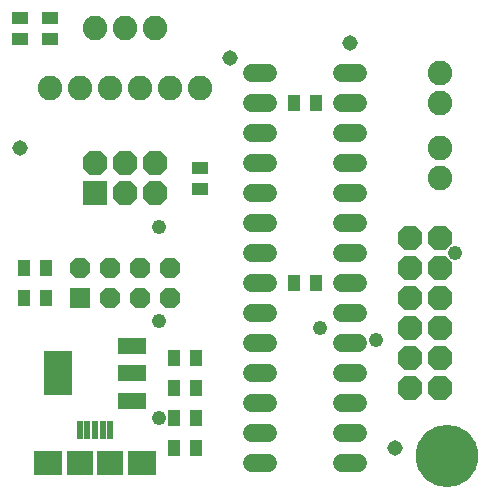
<source format=gts>
G75*
%MOIN*%
%OFA0B0*%
%FSLAX24Y24*%
%IPPOS*%
%LPD*%
%AMOC8*
5,1,8,0,0,1.08239X$1,22.5*
%
%ADD10C,0.0820*%
%ADD11C,0.0600*%
%ADD12R,0.0395X0.0552*%
%ADD13R,0.0552X0.0395*%
%ADD14R,0.0960X0.0560*%
%ADD15R,0.0946X0.1497*%
%ADD16R,0.0680X0.0680*%
%ADD17OC8,0.0680*%
%ADD18R,0.0820X0.0820*%
%ADD19OC8,0.0820*%
%ADD20R,0.0237X0.0631*%
%ADD21R,0.0867X0.0828*%
%ADD22R,0.0946X0.0828*%
%ADD23C,0.0516*%
%ADD24C,0.0480*%
%ADD25C,0.2080*%
D10*
X002680Y014847D03*
X003680Y014847D03*
X004680Y014847D03*
X005680Y014847D03*
X006680Y014847D03*
X007680Y014847D03*
X006180Y016847D03*
X005180Y016847D03*
X004180Y016847D03*
X015680Y015347D03*
X015680Y014347D03*
X015680Y012847D03*
X015680Y011847D03*
D11*
X012940Y011347D02*
X012420Y011347D01*
X012420Y010347D02*
X012940Y010347D01*
X012940Y009347D02*
X012420Y009347D01*
X012420Y008347D02*
X012940Y008347D01*
X012940Y007347D02*
X012420Y007347D01*
X012420Y006347D02*
X012940Y006347D01*
X012940Y005347D02*
X012420Y005347D01*
X012420Y004347D02*
X012940Y004347D01*
X012940Y003347D02*
X012420Y003347D01*
X012420Y002347D02*
X012940Y002347D01*
X009940Y002347D02*
X009420Y002347D01*
X009420Y003347D02*
X009940Y003347D01*
X009940Y004347D02*
X009420Y004347D01*
X009420Y005347D02*
X009940Y005347D01*
X009940Y006347D02*
X009420Y006347D01*
X009420Y007347D02*
X009940Y007347D01*
X009940Y008347D02*
X009420Y008347D01*
X009420Y009347D02*
X009940Y009347D01*
X009940Y010347D02*
X009420Y010347D01*
X009420Y011347D02*
X009940Y011347D01*
X009940Y012347D02*
X009420Y012347D01*
X009420Y013347D02*
X009940Y013347D01*
X009940Y014347D02*
X009420Y014347D01*
X009420Y015347D02*
X009940Y015347D01*
X012420Y015347D02*
X012940Y015347D01*
X012940Y014347D02*
X012420Y014347D01*
X012420Y013347D02*
X012940Y013347D01*
X012940Y012347D02*
X012420Y012347D01*
D12*
X011534Y014347D03*
X010826Y014347D03*
X010826Y008347D03*
X011534Y008347D03*
X007534Y005847D03*
X006826Y005847D03*
X006826Y004847D03*
X007534Y004847D03*
X007534Y003847D03*
X006826Y003847D03*
X006826Y002847D03*
X007534Y002847D03*
X002534Y007847D03*
X001826Y007847D03*
X001826Y008847D03*
X002534Y008847D03*
D13*
X007680Y011493D03*
X007680Y012202D03*
X002680Y016493D03*
X002680Y017202D03*
X001680Y017202D03*
X001680Y016493D03*
D14*
X005400Y006257D03*
X005400Y005347D03*
X005400Y004437D03*
D15*
X002960Y005347D03*
D16*
X003680Y007847D03*
D17*
X003680Y008847D03*
X004680Y008847D03*
X004680Y007847D03*
X005680Y007847D03*
X005680Y008847D03*
X006680Y008847D03*
X006680Y007847D03*
D18*
X004180Y011347D03*
D19*
X004180Y012347D03*
X005180Y012347D03*
X005180Y011347D03*
X006180Y011347D03*
X006180Y012347D03*
X014680Y009847D03*
X014680Y008847D03*
X014680Y007847D03*
X015680Y007847D03*
X015680Y008847D03*
X015680Y009847D03*
X015680Y006847D03*
X015680Y005847D03*
X015680Y004847D03*
X014680Y004847D03*
X014680Y005847D03*
X014680Y006847D03*
D20*
X004692Y003469D03*
X004436Y003469D03*
X004180Y003469D03*
X003924Y003469D03*
X003668Y003469D03*
D21*
X003688Y002347D03*
X004672Y002347D03*
D22*
X002605Y002347D03*
X005755Y002347D03*
D23*
X014180Y002847D03*
X008680Y015847D03*
X012680Y016347D03*
X001680Y012847D03*
D24*
X006305Y010222D03*
X006305Y007097D03*
X006305Y003847D03*
X011680Y006847D03*
X013555Y006472D03*
X016180Y009347D03*
D25*
X015930Y002597D03*
M02*

</source>
